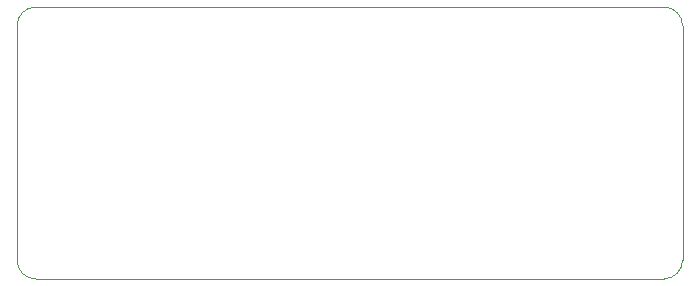
<source format=gbr>
G04 #@! TF.GenerationSoftware,KiCad,Pcbnew,(5.1.4)-1*
G04 #@! TF.CreationDate,2022-03-14T12:27:08-07:00*
G04 #@! TF.ProjectId,Micro-Flasher-ASP,4d696372-6f2d-4466-9c61-736865722d41,rev?*
G04 #@! TF.SameCoordinates,Original*
G04 #@! TF.FileFunction,Profile,NP*
%FSLAX46Y46*%
G04 Gerber Fmt 4.6, Leading zero omitted, Abs format (unit mm)*
G04 Created by KiCad (PCBNEW (5.1.4)-1) date 2022-03-14 12:27:08*
%MOMM*%
%LPD*%
G04 APERTURE LIST*
%ADD10C,0.050000*%
G04 APERTURE END LIST*
D10*
X96043750Y-73818750D02*
X96043750Y-53975000D01*
X150812500Y-75406250D02*
X97631250Y-75406250D01*
X152400000Y-73818750D02*
X152400000Y-53975000D01*
X97631250Y-52387500D02*
X150812500Y-52387500D01*
X96043750Y-53975000D02*
G75*
G02X97631250Y-52387500I1587500J0D01*
G01*
X97631250Y-75406250D02*
G75*
G02X96043750Y-73818750I0J1587500D01*
G01*
X152400000Y-73818750D02*
G75*
G02X150812500Y-75406250I-1587500J0D01*
G01*
X150812500Y-52387500D02*
G75*
G02X152400000Y-53975000I0J-1587500D01*
G01*
M02*

</source>
